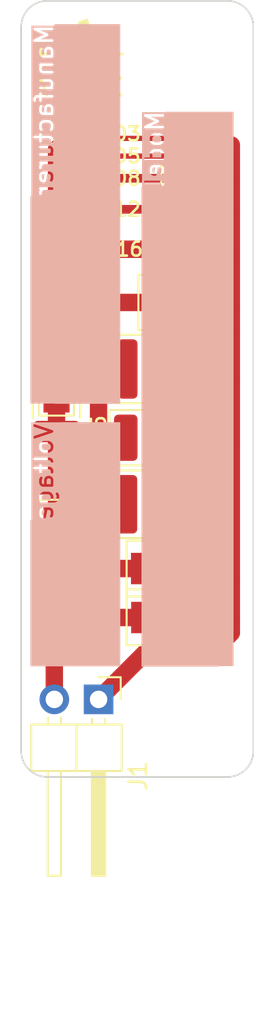
<source format=kicad_pcb>
(kicad_pcb (version 20221018) (generator pcbnew)
  (title_block (title "LED Test Moudule") (date "2024-03-02") (rev "1.0") (comment 1 "See  https://lenaschimmel.de/besteLampe! for the source and more information") (comment 2 "This source describes Open Hardware and is licensed under the CERN-OHL-S v2.") (comment 3 "Copyright 2024 Lena Schimmel <mail@lenaschimmel.de>"))
  (layers (0 "F.Cu" signal) (31 "B.Cu" signal) (34 "B.Paste" user) (35 "F.Paste" user) (36 "B.SilkS" user "B.Silkscreen") (37 "F.SilkS" user "F.Silkscreen") (38 "B.Mask" user) (39 "F.Mask" user) (44 "Edge.Cuts" user))
  (net 0 "")
  (footprint "MountingHole:MountingHole_3.2mm_M3" (layer "F.Cu") (at 112.395 82.55)
    (fp_text reference "REF**" hide)
    (fp_text value "MountingHole_3.2mm_M3" hide)
    (pad "" np_thru_hole circle (at 0 0) (size 3.2 3.2) (drill 3.2) (layers "F&B.Cu" "*.Mask"))
  )
  (footprint "Resistor_SMD:R_2010_5025Metric" (layer "F.Cu") (at 104.902 93.472 90)
    (fp_text reference "R1" hide)
    (fp_text value "R_2010_5025Metric" hide)
    (fp_line (start -1.527064 -1.36) (end 1.527064 -1.36) (stroke (width 0.12)) (layer "F.SilkS"))
    (fp_line (start -1.527064 1.36) (end 1.527064 1.36) (stroke (width 0.12)) (layer "F.SilkS"))
    (pad "1" smd roundrect (at -2.3125 0 90) (size 1.225 2.65) (layers "F.Cu" "F.Paste" "F.Mask") (roundrect_rratio 0.2040816327))
    (pad "2" smd roundrect (at 2.3125 0 90) (size 1.225 2.65) (layers "F.Cu" "F.Paste" "F.Mask") (roundrect_rratio 0.2040816327))
  )
  (footprint "LED_SMD:LED_2010_5025Metric" (layer "F.Cu") (at 111.125 103.759)
    (fp_text reference "D4" hide)
    (fp_text value "LED_2010_5025Metric" hide)
    (fp_text user "5025" (at -3.81 0.254 90 unlocked) (layer "F.SilkS") (effects (font (size 0.8 0.8))))
    (fp_line (start -3.185 -1.585) (end -3.185 1.585) (stroke (width 0.12)) (layer "F.SilkS"))
    (fp_line (start -3.185 1.585) (end 2.5 1.585) (stroke (width 0.12)) (layer "F.SilkS"))
    (fp_line (start 2.5 -1.585) (end -3.185 -1.585) (stroke (width 0.12)) (layer "F.SilkS"))
    (pad "1" smd roundrect (at -2.25 0) (size 1.35 2.65) (layers "F.Cu" "F.Paste" "F.Mask") (roundrect_rratio 0.1851851852))
    (pad "2" smd roundrect (at 2.25 0) (size 1.35 2.65) (layers "F.Cu" "F.Paste" "F.Mask") (roundrect_rratio 0.1851851852))
  )
  (footprint "LED_SMD:LED_2835_CREE_JSE28L3E5_1" (layer "F.Cu") (at 111.125 111.252)
    (fp_text reference "D2" hide)
    (fp_text value "LED_2835_CREE_JSE28L3E5_1" hide)
    (fp_line (start -2.2 -1.6) (end -2.2 1.6) (stroke (width 0.12)) (layer "F.SilkS"))
    (fp_line (start 1.4 -1.6) (end -2.2 -1.6) (stroke (width 0.12)) (layer "F.SilkS"))
    (fp_line (start 1.4 1.6) (end -2.2 1.6) (stroke (width 0.12)) (layer "F.SilkS"))
    (pad "1" smd rect (at -0.85 0) (size 2.2 1.8) (layers "F.Cu" "F.Paste" "F.Mask"))
    (pad "2" smd rect (at 1.39 0.01) (size 1.1 1.8) (layers "F.Cu" "F.Paste" "F.Mask"))
  )
  (footprint "LED_SMD:LED_0805_2012Metric" (layer "F.Cu") (at 112.395 90.678)
    (fp_text reference "D8" hide)
    (fp_text value "LED_0805_2012Metric" hide)
    (fp_text user "2012" (at -4.191 0 unlocked) (layer "F.SilkS") (effects (font (size 0.8 0.8))))
    (fp_line (start -1.685 -0.96) (end -1.685 0.96) (stroke (width 0.12)) (layer "F.SilkS"))
    (fp_line (start -1.685 0.96) (end 1 0.96) (stroke (width 0.12)) (layer "F.SilkS"))
    (fp_line (start 1 -0.96) (end -1.685 -0.96) (stroke (width 0.12)) (layer "F.SilkS"))
    (pad "1" smd roundrect (at -0.9375 0) (size 0.975 1.4) (layers "F.Cu" "F.Paste" "F.Mask"))
    (pad "2" smd roundrect (at 0.9375 0) (size 0.975 1.4) (layers "F.Cu" "F.Paste" "F.Mask"))
  )
  (footprint "Resistor_SMD:R_2010_5025Metric" (layer "F.Cu") (at 104.902 101.092 90)
    (fp_text reference "R2" hide)
    (fp_text value "R_2010_5025Metric" hide)
    (fp_line (start -1.527064 -1.36) (end 1.527064 -1.36) (stroke (width 0.12)) (layer "F.SilkS"))
    (fp_line (start -1.527064 1.36) (end 1.527064 1.36) (stroke (width 0.12)) (layer "F.SilkS"))
    (pad "1" smd roundrect (at -2.3125 0 90) (size 1.225 2.65) (layers "F.Cu" "F.Paste" "F.Mask") (roundrect_rratio 0.2040816327))
    (pad "2" smd roundrect (at 2.3125 0 90) (size 1.225 2.65) (layers "F.Cu" "F.Paste" "F.Mask") (roundrect_rratio 0.2040816327))
  )
  (footprint "LED_SMD:LED_1812_4532Metric" (layer "F.Cu") (at 111.125 99.822)
    (fp_text reference "D5" hide)
    (fp_text value "LED_1812_4532Metric" hide)
    (fp_text user "4532" (at -3.81 -0.127 90 unlocked) (layer "F.SilkS") (effects (font (size 0.8 0.8))))
    (fp_line (start -2.96 -1.96) (end -2.96 1.96) (stroke (width 0.12)) (layer "F.SilkS"))
    (fp_line (start -2.96 1.96) (end 2.25 1.96) (stroke (width 0.12)) (layer "F.SilkS"))
    (fp_line (start 2.25 -1.96) (end -2.96 -1.96) (stroke (width 0.12)) (layer "F.SilkS"))
    (pad "1" smd roundrect (at -2.1375 0) (size 1.125 3.4) (layers "F.Cu" "F.Paste" "F.Mask") (roundrect_rratio 0.2222222222))
    (pad "2" smd roundrect (at 2.1375 0) (size 1.125 3.4) (layers "F.Cu" "F.Paste" "F.Mask") (roundrect_rratio 0.2222222222))
  )
  (footprint "LED_SMD:LED_0603_1608Metric" (layer "F.Cu") (at 112.395 88.9)
    (fp_text reference "D9" hide)
    (fp_text value "LED_0603_1608Metric" hide)
    (fp_text user "1608" (at -4.191 0 unlocked) (layer "F.SilkS") (effects (font (size 0.8 0.8))))
    (fp_line (start -1.485 -0.735) (end -1.485 0.735) (stroke (width 0.12)) (layer "F.SilkS"))
    (fp_line (start -1.485 0.735) (end 0.8 0.735) (stroke (width 0.12)) (layer "F.SilkS"))
    (fp_line (start 0.8 -0.735) (end -1.485 -0.735) (stroke (width 0.12)) (layer "F.SilkS"))
    (pad "1" smd roundrect (at -0.7875 0) (size 0.875 0.95) (layers "F.Cu" "F.Paste" "F.Mask"))
    (pad "2" smd roundrect (at 0.7875 0) (size 0.875 0.95) (layers "F.Cu" "F.Paste" "F.Mask"))
  )
  (footprint "MountingHole:MountingHole_3.2mm_M3" (layer "F.Cu") (at 112.395 119.38)
    (fp_text reference "REF**" hide)
    (fp_text value "MountingHole_3.2mm_M3" hide)
    (pad "" np_thru_hole circle (at 0 0) (size 3.2 3.2) (drill 3.2) (layers "*.Cu" "*.Mask"))
  )
  (footprint "LED_SMD:LED_1210_3225Metric" (layer "F.Cu") (at 111.887 96.012)
    (fp_text reference "D6" hide)
    (fp_text value "LED_1210_3225Metric" hide)
    (fp_text user "3225" (at -4.572 -0.127 90 unlocked) (layer "F.SilkS") (effects (font (size 0.8 0.8))))
    (fp_line (start -2.285 -1.585) (end -2.285 1.585) (stroke (width 0.12)) (layer "F.SilkS"))
    (fp_line (start -2.285 1.585) (end 1.6 1.585) (stroke (width 0.12)) (layer "F.SilkS"))
    (fp_line (start 1.6 -1.585) (end -2.285 -1.585) (stroke (width 0.12)) (layer "F.SilkS"))
    (pad "1" smd roundrect (at -1.4 0) (size 1.25 2.65) (layers "F.Cu" "F.Paste" "F.Mask") (roundrect_rratio 0.2))
    (pad "2" smd roundrect (at 1.4 0) (size 1.25 2.65) (layers "F.Cu" "F.Paste" "F.Mask") (roundrect_rratio 0.2))
  )
  (footprint "Connector_PinHeader_2.54mm:PinHeader_1x02_P2.54mm_Horizontal" (layer "F.Cu") (at 107.315 118.745 -90)
    (fp_text reference "J1" (at 4.385 -2.27 90) (layer "F.SilkS"))
    (fp_text value "PinHeader_1x02_P2.54mm_Horizontal")
    (fp_line (start -1.27 -1.27) (end 0 -1.27) (stroke (width 0.12)) (layer "F.SilkS"))
    (fp_line (start -1.27 0) (end -1.27 -1.27) (stroke (width 0.12)) (layer "F.SilkS"))
    (fp_line (start 1.042929 2.16) (end 1.44 2.16) (stroke (width 0.12)) (layer "F.SilkS"))
    (fp_line (start 1.042929 2.92) (end 1.44 2.92) (stroke (width 0.12)) (layer "F.SilkS"))
    (fp_line (start 1.11 -0.38) (end 1.44 -0.38) (stroke (width 0.12)) (layer "F.SilkS"))
    (fp_line (start 1.11 0.38) (end 1.44 0.38) (stroke (width 0.12)) (layer "F.SilkS"))
    (fp_line (start 1.44 -1.33) (end 1.44 3.87) (stroke (width 0.12)) (layer "F.SilkS"))
    (fp_line (start 1.44 1.27) (end 4.1 1.27) (stroke (width 0.12)) (layer "F.SilkS"))
    (fp_line (start 1.44 3.87) (end 4.1 3.87) (stroke (width 0.12)) (layer "F.SilkS"))
    (fp_line (start 4.1 -1.33) (end 1.44 -1.33) (stroke (width 0.12)) (layer "F.SilkS"))
    (fp_line (start 4.1 -0.38) (end 10.1 -0.38) (stroke (width 0.12)) (layer "F.SilkS"))
    (fp_line (start 4.1 -0.32) (end 10.1 -0.32) (stroke (width 0.12)) (layer "F.SilkS"))
    (fp_line (start 4.1 -0.2) (end 10.1 -0.2) (stroke (width 0.12)) (layer "F.SilkS"))
    (fp_line (start 4.1 -0.08) (end 10.1 -0.08) (stroke (width 0.12)) (layer "F.SilkS"))
    (fp_line (start 4.1 0.04) (end 10.1 0.04) (stroke (width 0.12)) (layer "F.SilkS"))
    (fp_line (start 4.1 0.16) (end 10.1 0.16) (stroke (width 0.12)) (layer "F.SilkS"))
    (fp_line (start 4.1 0.28) (end 10.1 0.28) (stroke (width 0.12)) (layer "F.SilkS"))
    (fp_line (start 4.1 2.16) (end 10.1 2.16) (stroke (width 0.12)) (layer "F.SilkS"))
    (fp_line (start 4.1 3.87) (end 4.1 -1.33) (stroke (width 0.12)) (layer "F.SilkS"))
    (fp_line (start 10.1 -0.38) (end 10.1 0.38) (stroke (width 0.12)) (layer "F.SilkS"))
    (fp_line (start 10.1 0.38) (end 4.1 0.38) (stroke (width 0.12)) (layer "F.SilkS"))
    (fp_line (start 10.1 2.16) (end 10.1 2.92) (stroke (width 0.12)) (layer "F.SilkS"))
    (fp_line (start 10.1 2.92) (end 4.1 2.92) (stroke (width 0.12)) (layer "F.SilkS"))
    (pad "1" thru_hole rect (at 0 0 270) (size 1.7 1.7) (drill 1) (layers "*.Cu" "*.Mask"))
    (pad "2" thru_hole oval (at 0 2.54 270) (size 1.7 1.7) (drill 1) (layers "*.Cu" "*.Mask"))
  )
  (footprint "LOGO" (layer "F.Cu") (at 106.2736 81.9912)
    (fp_text reference "G***" hide)
    (fp_text value "LOGO" hide)
    (fp_poly (pts (xy 1.217071 -1.891046) (xy 1.221938 -1.882424) (xy 1.228642 -1.867146) (xy 1.237458 -1.84447) (xy 1.248662 -1.813655) (xy 1.26253 -1.773958) (xy 1.279336 -1.724638) (xy 1.299357 -1.664951) (xy 1.304749 -1.648767) (xy 1.324311 -1.589953) (xy 1.340433 -1.54127) (xy 1.353413 -1.501619) (xy 1.363551 -1.469899) (xy 1.371145 -1.445013) (xy 1.376493 -1.42586) (xy 1.379894 -1.411342) (xy 1.381647 -1.400359) (xy 1.38205 -1.391813) (xy 1.381401 -1.384602) (xy 1.38 -1.37763) (xy 1.379251 -1.374473) (xy 1.365507 -1.339787) (xy 1.343697 -1.312037) (xy 1.315715 -1.292162) (xy 1.283461 -1.2811) (xy 1.248828 -1.27979) (xy 1.213715 -1.28917) (xy 1.210127 -1.29079) (xy 1.18504 -1.305843) (xy 1.166035 -1.32566) (xy 1.151041 -1.35287) (xy 1.141987 -1.377214) (xy 1.134843 -1.397829) (xy 1.12848 -1.414016) (xy 1.124221 -1.422422) (xy 1.124085 -1.42258) (xy 1.12079 -1.418198) (xy 1.112619 -1.403963) (xy 1.099958 -1.380624) (xy 1.083192 -1.348931) (xy 1.06271 -1.309631) (xy 1.038897 -1.263474) (xy 1.01214 -1.211209) (xy 0.982826 -1.153584) (xy 0.95134 -1.091347) (xy 0.91807 -1.025249) (xy 0.888329 -0.965893) (xy 0.84724 -0.88372) (xy 0.811072 -0.811465) (xy 0.779442 -0.748466) (xy 0.751962 -0.694061) (xy 0.728247 -0.647589) (xy 0.707912 -0.608389) (xy 0.690572 -0.575799) (xy 0.675839 -0.549156) (xy 0.66333 -0.527801) (xy 0.652658 -0.511071) (xy 0.643438 -0.498305) (xy 0.635283 -0.488841) (xy 0.62781 -0.482017) (xy 0.620631 -0.477173) (xy 0.613361 -0.473646) (xy 0.605615 -0.470775) (xy 0.598313 -0.468338) (xy 0.56938 -0.462286) (xy 0.541195 -0.464896) (xy 0.510807 -0.476007) (xy 0.480736 -0.494691) (xy 0.460586 -0.518733) (xy 0.449577 -0.54941) (xy 0.446824 -0.580887) (xy 0.446808 -0.621189) (xy 0.674466 -1.076666) (xy 0.708642 -1.145149) (xy 0.741191 -1.210582) (xy 0.771736 -1.272194) (xy 0.7999 -1.329215) (xy 0.825306 -1.380876) (xy 0.847577 -1.426405) (xy 0.866337 -1.465034) (xy 0.881208 -1.495991) (xy 0.891814 -1.518508) (xy 0.897777 -1.531813) (xy 0.898966 -1.535299) (xy 0.892188 -1.53508) (xy 0.877889 -1.531261) (xy 0.863643 -1.526315) (xy 0.832525 -1.517717) (xy 0.799804 -1.513916) (xy 0.769355 -1.515027) (xy 0.745051 -1.521168) (xy 0.741933 -1.522655) (xy 0.71601 -1.542057) (xy 0.694695 -1.569122) (xy 0.68021 -1.60021) (xy 0.67478 -1.631679) (xy 0.674781 -1.632607) (xy 0.677452 -1.652218) (xy 0.683895 -1.673558) (xy 0.685688 -1.6778) (xy 0.691466 -1.689776) (xy 0.697771 -1.700231) (xy 0.705638 -1.709667) (xy 0.716105 -1.718588) (xy 0.730209 -1.727494) (xy 0.748988 -1.736887) (xy 0.773478 -1.747271) (xy 0.804717 -1.759146) (xy 0.843742 -1.773016) (xy 0.89159 -1.789382) (xy 0.949299 -1.808746) (xy 0.971457 -1.816138) (xy 1.02178 -1.832838) (xy 1.068817 -1.848306) (xy 1.11134 -1.862148) (xy 1.148117 -1.873969) (xy 1.177921 -1.883377) (xy 1.199522 -1.889977) (xy 1.211689 -1.893376) (xy 1.213765 -1.893756)) (fill solid) (layer "F.SilkS"))
    (fp_poly (pts (xy 0.40366 -2.237651) (xy 0.409609 -2.225678) (xy 0.417933 -2.205417) (xy 0.428838 -2.176313) (xy 0.442529 -2.137809) (xy 0.459212 -2.08935) (xy 0.479092 -2.030379) (xy 0.488762 -2.00139) (xy 0.505666 -1.950269) (xy 0.52134 -1.902274) (xy 0.535395 -1.858645) (xy 0.547438 -1.820619) (xy 0.557081 -1.789436) (xy 0.563934 -1.766335) (xy 0.567604 -1.752554) (xy 0.568127 -1.74945) (xy 0.562637 -1.717674) (xy 0.547639 -1.687076) (xy 0.525341 -1.660515) (xy 0.49795 -1.640851) (xy 0.478274 -1.633073) (xy 0.440589 -1.62834) (xy 0.406013 -1.634763) (xy 0.375561 -1.651848) (xy 0.350248 -1.679104) (xy 0.337219 -1.701645) (xy 0.328314 -1.721454) (xy 0.321972 -1.737765) (xy 0.319571 -1.747) (xy 0.316268 -1.758359) (xy 0.311786 -1.766027) (xy 0.309947 -1.767016) (xy 0.30716 -1.765527) (xy 0.303096 -1.760934) (xy 0.297422 -1.752612) (xy 0.289806 -1.739934) (xy 0.279918 -1.722274) (xy 0.267427 -1.699006) (xy 0.252001 -1.669504) (xy 0.233308 -1.633141) (xy 0.211017 -1.589291) (xy 0.184798 -1.537329) (xy 0.154318 -1.476628) (xy 0.119247 -1.406562) (xy 0.079874 -1.327748) (xy 0.04568 -1.259329) (xy 0.012811 -1.193698) (xy -0.018325 -1.131665) (xy -0.047319 -1.074037) (xy -0.073761 -1.021625) (xy -0.097241 -0.975237) (xy -0.117351 -0.935681) (xy -0.133682 -0.903768) (xy -0.145824 -0.880307) (xy -0.153368 -0.866105) (xy -0.155614 -0.862219) (xy -0.178137 -0.839104) (xy -0.207685 -0.822772) (xy -0.240935 -0.814261) (xy -0.274561 -0.814611) (xy -0.29294 -0.819288) (xy -0.317759 -0.833043) (xy -0.340746 -0.85406) (xy -0.358939 -0.878915) (xy -0.369373 -0.904183) (xy -0.370208 -0.908577) (xy -0.371896 -0.929899) (xy -0.371167 -0.950061) (xy -0.370546 -0.954255) (xy -0.367396 -0.962373) (xy -0.35932 -0.980259) (xy -0.346712 -1.007106) (xy -0.329964 -1.042108) (xy -0.309469 -1.084457) (xy -0.28562 -1.133349) (xy -0.258811 -1.187976) (xy -0.229434 -1.247533) (xy -0.197883 -1.311212) (xy -0.164549 -1.378207) (xy -0.139245 -1.428887) (xy -0.105051 -1.497333) (xy -0.072455 -1.562701) (xy -0.041837 -1.624222) (xy -0.013575 -1.68113) (xy 0.011952 -1.732657) (xy 0.034363 -1.778035) (xy 0.053281 -1.816496) (xy 0.068325 -1.847275) (xy 0.079116 -1.869601) (xy 0.085276 -1.88271) (xy 0.086623 -1.88604) (xy 0.080566 -1.885202) (xy 0.065933 -1.881417) (xy 0.045402 -1.875403) (xy 0.035717 -1.872401) (xy -0.006531 -1.862708) (xy -0.042596 -1.862578) (xy -0.073607 -1.872264) (xy -0.100691 -1.892022) (xy -0.113316 -1.906008) (xy -0.132251 -1.938102) (xy -0.139996 -1.972117) (xy -0.136649 -2.006414) (xy -0.122306 -2.039356) (xy -0.103999 -2.062593) (xy -0.097756 -2.068789) (xy -0.091223 -2.074348) (xy -0.08329 -2.07971) (xy -0.072847 -2.085316) (xy -0.058785 -2.091608) (xy -0.039994 -2.099027) (xy -0.015365 -2.108012) (xy 0.016211 -2.119006) (xy 0.055845 -2.13245) (xy 0.104645 -2.148784) (xy 0.155235 -2.165626) (xy 0.205801 -2.182325) (xy 0.253087 -2.197714) (xy 0.29587 -2.21141) (xy 0.332929 -2.223034) (xy 0.363041 -2.232203) (xy 0.384982 -2.238537) (xy 0.397531 -2.241655) (xy 0.39988 -2.241893)) (fill solid) (layer "F.SilkS"))
    (fp_poly (pts (xy -1.291601 -1.016481) (xy -1.285626 -1.013216) (xy -1.269961 -1.004129) (xy -1.245062 -0.989493) (xy -1.211385 -0.969581) (xy -1.169388 -0.944665) (xy -1.119525 -0.915017) (xy -1.062254 -0.88091) (xy -0.998031 -0.842616) (xy -0.927311 -0.800407) (xy -0.850553 -0.754557) (xy -0.768211 -0.705337) (xy -0.680743 -0.653019) (xy -0.588604 -0.597878) (xy -0.492251 -0.540184) (xy -0.392141 -0.48021) (xy -0.288729 -0.418229) (xy -0.182472 -0.354512) (xy -0.130196 -0.323154) (xy 1.020853 0.367379) (xy 1.023812 -0.240926) (xy 1.024301 -0.339463) (xy 1.024764 -0.426856) (xy 1.025214 -0.503796) (xy 1.025668 -0.570974) (xy 1.026139 -0.629082) (xy 1.026642 -0.678811) (xy 1.027193 -0.720851) (xy 1.027805 -0.755896) (xy 1.028493 -0.784635) (xy 1.029273 -0.807761) (xy 1.030159 -0.825965) (xy 1.031166 -0.839937) (xy 1.032308 -0.85037) (xy 1.0336 -0.857955) (xy 1.035058 -0.863383) (xy 1.036695 -0.867346) (xy 1.037191 -0.868293) (xy 1.05935 -0.898186) (xy 1.087179 -0.91943) (xy 1.11864 -0.931703) (xy 1.151695 -0.934683) (xy 1.184308 -0.92805) (xy 1.214442 -0.91148) (xy 1.228752 -0.898517) (xy 1.234113 -0.893067) (xy 1.238892 -0.888311) (xy 1.243127 -0.883579) (xy 1.246852 -0.878197) (xy 1.250105 -0.871494) (xy 1.25292 -0.862796) (xy 1.255335 -0.851431) (xy 1.257384 -0.836728) (xy 1.259105 -0.818014) (xy 1.260533 -0.794617) (xy 1.261704 -0.765864) (xy 1.262654 -0.731083) (xy 1.263419 -0.689601) (xy 1.264036 -0.640747) (xy 1.264541 -0.583848) (xy 1.264968 -0.518231) (xy 1.265355 -0.443225) (xy 1.265738 -0.358157) (xy 1.266152 -0.262355) (xy 1.266449 -0.195293) (xy 1.269408 0.458644) (xy 1.634844 0.460169) (xy 2.00028 0.461694) (xy 2.00028 0.582967) (xy 2.00028 0.704241) (xy 1.633364 0.704241) (xy 1.266449 0.704241) (xy 1.266319 1.35374) (xy 1.266291 1.455598) (xy 1.266243 1.546295) (xy 1.266164 1.626505) (xy 1.266043 1.696905) (xy 1.265869 1.758168) (xy 1.265632 1.81097) (xy 1.265319 1.855986) (xy 1.264921 1.89389) (xy 1.264426 1.925357) (xy 1.263824 1.951063) (xy 1.263103 1.971682) (xy 1.262252 1.98789) (xy 1.261262 2.00036) (xy 1.26012 2.009769) (xy 1.258815 2.016791) (xy 1.257338 2.0221) (xy 1.255676 2.026373) (xy 1.255412 2.026962) (xy 1.235893 2.056949) (xy 1.209024 2.07987) (xy 1.177276 2.094351) (xy 1.143122 2.099019) (xy 1.12819 2.097647) (xy 1.102253 2.091537) (xy 1.082013 2.081441) (xy 1.06323 2.066134) (xy 1.057437 2.061029) (xy 1.052293 2.056597) (xy 1.047755 2.052148) (xy 1.043782 2.046988) (xy 1.040333 2.040424) (xy 1.037366 2.031765) (xy 1.034839 2.020317) (xy 1.032713 2.005388) (xy 1.030944 1.986286) (xy 1.029492 1.962317) (xy 1.028316 1.932789) (xy 1.027373 1.89701) (xy 1.026622 1.854287) (xy 1.026023 1.803927) (xy 1.025534 1.745238) (xy 1.025112 1.677527) (xy 1.024718 1.600102) (xy 1.024309 1.51227) (xy 1.023844 1.413339) (xy 1.023812 1.406743) (xy 1.020853 0.79841) (xy 0.855149 0.89751) (xy 0.833002 0.910763) (xy 0.801305 0.929744) (xy 0.760661 0.954091) (xy 0.711669 0.983444) (xy 0.654932 1.017443) (xy 0.59105 1.055728) (xy 0.520625 1.097937) (xy 0.444258 1.143711) (xy 0.362551 1.19269) (xy 0.276104 1.244512) (xy 0.185518 1.298818) (xy 0.091396 1.355247) (xy -0.005663 1.413439) (xy -0.105056 1.473033) (xy -0.206182 1.53367) (xy -0.300412 1.590173) (xy -0.399936 1.649835) (xy -0.496772 1.70785) (xy -0.59043 1.763927) (xy -0.680419 1.817773) (xy -0.76625 1.869097) (xy -0.847432 1.917606) (xy -0.923475 1.963008) (xy -0.993889 2.00501) (xy -1.058184 2.043321) (xy -1.11587 2.077648) (xy -1.166457 2.1077) (xy -1.209454 2.133183) (xy -1.244371 2.153806) (xy -1.270718 2.169277) (xy -1.288006 2.179303) (xy -1.295743 2.183593) (xy -1.296114 2.183737) (xy -1.297229 2.177848) (xy -1.298236 2.16029) (xy -1.299132 2.131232) (xy -1.299915 2.090842) (xy -1.300584 2.039288) (xy -1.301137 1.976736) (xy -1.301572 1.903356) (xy -1.301886 1.819313) (xy -1.302079 1.724777) (xy -1.302142 1.64668) (xy -1.302186 1.562297) (xy -1.302257 1.477248) (xy -1.302352 1.392837) (xy -1.302471 1.310365) (xy -1.302608 1.231135) (xy -1.302763 1.156449) (xy -1.302933 1.087611) (xy -1.303114 1.025923) (xy -1.303305 0.972687) (xy -1.303502 0.929206) (xy -1.303622 0.908411) (xy -1.304603 0.755826) (xy -1.065185 0.755826) (xy -1.065163 0.8564) (xy -1.065112 0.955114) (xy -1.065033 1.051283) (xy -1.064925 1.144222) (xy -1.064788 1.233246) (xy -1.064621 1.317671) (xy -1.064424 1.396812) (xy -1.064198 1.469984) (xy -1.063941 1.536502) (xy -1.063653 1.595682) (xy -1.063335 1.646838) (xy -1.062985 1.689286) (xy -1.062605 1.722341) (xy -1.062192 1.745318) (xy -1.061748 1.757532) (xy -1.0615 1.759407) (xy -1.061379 1.760167) (xy -1.061823 1.761198) (xy -1.062417 1.762254) (xy -1.062744 1.763086) (xy -1.062389 1.76345) (xy -1.060937 1.763098) (xy -1.05797 1.761783) (xy -1.053074 1.759259) (xy -1.045833 1.755279) (xy -1.03583 1.749597) (xy -1.022651 1.741966) (xy -1.005878 1.732139) (xy -0.985097 1.719869) (xy -0.959891 1.70491) (xy -0.929845 1.687016) (xy -0.894543 1.665939) (xy -0.853568 1.641433) (xy -0.806506 1.613252) (xy -0.75294 1.581148) (xy -0.692454 1.544875) (xy -0.624633 1.504186) (xy -0.549061 1.458835) (xy -0.465321 1.408574) (xy -0.372999 1.353159) (xy -0.271678 1.29234) (xy -0.160943 1.225873) (xy -0.068761 1.170546) (xy 0.029688 1.111431) (xy 0.125395 1.053909) (xy 0.217869 0.998278) (xy 0.306616 0.944835) (xy 0.391144 0.89388) (xy 0.470962 0.845709) (xy 0.545576 0.800622) (xy 0.614496 0.758916) (xy 0.677227 0.72089) (xy 0.733279 0.686842) (xy 0.782159 0.657069) (xy 0.823375 0.63187) (xy 0.856434 0.611544) (xy 0.880844 0.596387) (xy 0.896113 0.586699) (xy 0.901749 0.582778) (xy 0.90177 0.582734) (xy 0.896849 0.579272) (xy 0.882369 0.57009) (xy 0.858926 0.555547) (xy 0.827115 0.536001) (xy 0.787534 0.51181) (xy 0.740778 0.483335) (xy 0.687443 0.450932) (xy 0.628127 0.414962) (xy 0.563425 0.375781) (xy 0.493933 0.33375) (xy 0.420247 0.289227) (xy 0.342965 0.242571) (xy 0.262681 0.194139) (xy 0.179993 0.144292) (xy 0.095496 0.093387) (xy 0.009786 0.041783) (xy -0.076539 -0.010161) (xy -0.162884 -0.062087) (xy -0.248653 -0.113636) (xy -0.333249 -0.164448) (xy -0.416076 -0.214167) (xy -0.496539 -0.262432) (xy -0.57404 -0.308885) (xy -0.647983 -0.353168) (xy -0.717773 -0.394921) (xy -0.782813 -0.433787) (xy -0.842506 -0.469407) (xy -0.896257 -0.501421) (xy -0.94347 -0.529472) (xy -0.983547 -0.5532) (xy -1.015894 -0.572247) (xy -1.039913 -0.586254) (xy -1.055009 -0.594863) (xy -1.060567 -0.597716) (xy -1.061033 -0.591913) (xy -1.061476 -0.574958) (xy -1.061895 -0.547536) (xy -1.062291 -0.510333) (xy -1.062663 -0.464034) (xy -1.06301 -0.409322) (xy -1.063332 -0.346884) (xy -1.06363 -0.277403) (xy -1.063903 -0.201564) (xy -1.06415 -0.120053) (xy -1.064371 -0.033554) (xy -1.064567 0.057248) (xy -1.064736 0.151669) (xy -1.064878 0.249023) (xy -1.064994 0.348625) (xy -1.065083 0.449792) (xy -1.065145 0.551837) (xy -1.065179 0.654077) (xy -1.065185 0.755826) (xy -1.304603 0.755826) (xy -1.304916 0.7072) (xy -1.652598 0.705673) (xy -2.000279 0.704146) (xy -2.000279 0.582922) (xy -2.000279 0.461698) (xy -1.652598 0.460171) (xy -1.304916 0.458644) (xy -1.303568 -0.139072) (xy -1.303374 -0.225753) (xy -1.303186 -0.311553) (xy -1.303006 -0.395415) (xy -1.302836 -0.476283) (xy -1.302677 -0.553099) (xy -1.302533 -0.624807) (xy -1.302405 -0.690351) (xy -1.302295 -0.748672) (xy -1.302206 -0.798715) (xy -1.302139 -0.839423) (xy -1.302097 -0.869738) (xy -1.302088 -0.878032) (xy -1.301996 -0.922511) (xy -1.301743 -0.95651) (xy -1.301227 -0.981385) (xy -1.300346 -0.998492) (xy -1.298997 -1.009184) (xy -1.297076 -1.01482) (xy -1.294482 -1.016754)) (fill solid) (layer "F.SilkS"))
  )
  (footprint "Jumper:SolderJumper-2_P1.3mm_Open_TrianglePad1.0x1.5mm" (layer "F.Cu") (at 104.902 108.712 90)
    (fp_text reference "JP3" hide)
    (fp_text value "SolderJumper-2_P1.3mm_Open_TrianglePad1.0x1.5mm" hide)
    (fp_line (start -1.4 -1) (end 1.4 -1) (stroke (width 0.12)) (layer "F.SilkS"))
    (fp_line (start -1.4 1) (end -1.4 -1) (stroke (width 0.12)) (layer "F.SilkS"))
    (fp_line (start 1.4 -1) (end 1.4 1) (stroke (width 0.12)) (layer "F.SilkS"))
    (fp_line (start 1.4 1) (end -1.4 1) (stroke (width 0.12)) (layer "F.SilkS"))
    (pad "1" smd custom (at -0.725 0 90) (size 0.3 0.3) (layers "F.Cu" "F.Mask") (options (clearance outline) (anchor rect)) (primitives (gr_poly (pts (xy 1 0) (xy 0.5 0.75) (xy -0.5 0.75) (xy -0.5 -0.75) (xy 0.5 -0.75)) (width 0) (fill yes))))
    (pad "2" smd custom (at 0.725 0 90) (size 0.3 0.3) (layers "F.Cu" "F.Mask") (options (clearance outline) (anchor rect)) (primitives (gr_poly (pts (xy 0.5 0.75) (xy -0.65 0.75) (xy -0.15 0) (xy -0.65 -0.75) (xy 0.5 -0.75)) (width 0) (fill yes))))
  )
  (footprint "LED_SMD:LED_0402_1005Metric" (layer "F.Cu") (at 112.395 87.63)
    (fp_text reference "D10" hide)
    (fp_text value "LED_0402_1005Metric" hide)
    (fp_text user "1005" (at -4.191 0 unlocked) (layer "F.SilkS") (effects (font (size 0.8 0.8))))
    (fp_circle (center -1.09 0) (end -1.04 0) (stroke (width 0.1)) (fill none) (layer "F.SilkS"))
    (pad "1" smd roundrect (at -0.485 0) (size 0.59 0.64) (layers "F.Cu" "F.Paste" "F.Mask"))
    (pad "2" smd roundrect (at 0.485 0) (size 0.59 0.64) (layers "F.Cu" "F.Paste" "F.Mask"))
  )
  (footprint "LED_SMD:LED_1206_3216Metric" (layer "F.Cu") (at 112.395 92.964)
    (fp_text reference "D7" hide)
    (fp_text value "LED_1206_3216Metric" hide)
    (fp_text user "3216" (at -4.064 0 unlocked) (layer "F.SilkS") (effects (font (size 0.8 0.8))))
    (fp_line (start -2.285 -1.135) (end -2.285 1.135) (stroke (width 0.12)) (layer "F.SilkS"))
    (fp_line (start -2.285 1.135) (end 1.6 1.135) (stroke (width 0.12)) (layer "F.SilkS"))
    (fp_line (start 1.6 -1.135) (end -2.285 -1.135) (stroke (width 0.12)) (layer "F.SilkS"))
    (pad "1" smd roundrect (at -1.4 0) (size 1.25 1.75) (layers "F.Cu" "F.Paste" "F.Mask") (roundrect_rratio 0.2))
    (pad "2" smd roundrect (at 1.4 0) (size 1.25 1.75) (layers "F.Cu" "F.Paste" "F.Mask") (roundrect_rratio 0.2))
  )
  (footprint "Jumper:SolderJumper-2_P1.3mm_Open_TrianglePad1.0x1.5mm" (layer "F.Cu") (at 104.902 101.092 90)
    (fp_text reference "JP2" hide)
    (fp_text value "SolderJumper-2_P1.3mm_Open_TrianglePad1.0x1.5mm" hide)
    (fp_line (start -1.4 -1) (end 1.4 -1) (stroke (width 0.12)) (layer "F.SilkS"))
    (fp_line (start -1.4 1) (end -1.4 -1) (stroke (width 0.12)) (layer "F.SilkS"))
    (fp_line (start 1.4 -1) (end 1.4 1) (stroke (width 0.12)) (layer "F.SilkS"))
    (fp_line (start 1.4 1) (end -1.4 1) (stroke (width 0.12)) (layer "F.SilkS"))
    (pad "1" smd custom (at -0.725 0 90) (size 0.3 0.3) (layers "F.Cu" "F.Mask") (options (clearance outline) (anchor rect)) (primitives (gr_poly (pts (xy 1 0) (xy 0.5 0.75) (xy -0.5 0.75) (xy -0.5 -0.75) (xy 0.5 -0.75)) (width 0) (fill yes))))
    (pad "2" smd custom (at 0.725 0 90) (size 0.3 0.3) (layers "F.Cu" "F.Mask") (options (clearance outline) (anchor rect)) (primitives (gr_poly (pts (xy 0.5 0.75) (xy -0.65 0.75) (xy -0.15 0) (xy -0.65 -0.75) (xy 0.5 -0.75)) (width 0) (fill yes))))
  )
  (footprint "Jumper:SolderJumper-2_P1.3mm_Open_TrianglePad1.0x1.5mm" (layer "F.Cu") (at 104.902 93.472 90)
    (fp_text reference "JP1" hide)
    (fp_text value "SolderJumper-2_P1.3mm_Open_TrianglePad1.0x1.5mm" hide)
    (fp_line (start -1.4 -1) (end 1.4 -1) (stroke (width 0.12)) (layer "F.SilkS"))
    (fp_line (start -1.4 1) (end -1.4 -1) (stroke (width 0.12)) (layer "F.SilkS"))
    (fp_line (start 1.4 -1) (end 1.4 1) (stroke (width 0.12)) (layer "F.SilkS"))
    (fp_line (start 1.4 1) (end -1.4 1) (stroke (width 0.12)) (layer "F.SilkS"))
    (pad "1" smd custom (at -0.725 0 90) (size 0.3 0.3) (layers "F.Cu" "F.Mask") (options (clearance outline) (anchor rect)) (primitives (gr_poly (pts (xy 1 0) (xy 0.5 0.75) (xy -0.5 0.75) (xy -0.5 -0.75) (xy 0.5 -0.75)) (width 0) (fill yes))))
    (pad "2" smd custom (at 0.725 0 90) (size 0.3 0.3) (layers "F.Cu" "F.Mask") (options (clearance outline) (anchor rect)) (primitives (gr_poly (pts (xy 0.5 0.75) (xy -0.65 0.75) (xy -0.15 0) (xy -0.65 -0.75) (xy 0.5 -0.75)) (width 0) (fill yes))))
  )
  (footprint "LED_SMD:LED_0201_0603Metric" (layer "F.Cu") (at 112.395 86.614)
    (fp_text reference "D11" hide)
    (fp_text value "LED_0201_0603Metric" hide)
    (fp_text user "0603" (at -4.191 -0.254 unlocked) (layer "F.SilkS") (effects (font (size 0.8 0.8))))
    (fp_circle (center -0.86 0) (end -0.81 0) (stroke (width 0.1)) (fill none) (layer "F.SilkS"))
    (pad "1" smd roundrect (at -0.32 0) (size 0.46 0.4) (layers "F.Cu" "F.Mask"))
    (pad "2" smd roundrect (at 0.32 0) (size 0.46 0.4) (layers "F.Cu" "F.Mask"))
  )
  (footprint "LED_SMD:LED_2835_CREE_JSE28L3E5_Big_Anode" (layer "F.Cu") (at 111.125 114.046)
    (fp_text reference "D1" hide)
    (fp_text value "LED_2835_CREE_JSE28L3E5_Big_Anode" hide)
    (fp_text user "2x 2835" (at -3.81 -1.27 90 unlocked) (layer "F.SilkS") (effects (font (size 0.8 0.8))))
    (fp_line (start -2.2 -1.6) (end -2.2 1.6) (stroke (width 0.12)) (layer "F.SilkS"))
    (fp_line (start 1.4 -1.6) (end -2.2 -1.6) (stroke (width 0.12)) (layer "F.SilkS"))
    (fp_line (start 1.4 1.6) (end -2.2 1.6) (stroke (width 0.12)) (layer "F.SilkS"))
    (pad "1" smd rect (at 0.85 0) (size 2.2 1.8) (layers "F.Cu" "F.Paste" "F.Mask"))
    (pad "2" smd rect (at -1.39 0.01) (size 1.1 1.8) (layers "F.Cu" "F.Paste" "F.Mask"))
  )
  (footprint "Resistor_SMD:R_2010_5025Metric" (layer "F.Cu") (at 104.902 108.712 90)
    (fp_text reference "R3" hide)
    (fp_text value "R_2010_5025Metric" hide)
    (fp_line (start -1.527064 -1.36) (end 1.527064 -1.36) (stroke (width 0.12)) (layer "F.SilkS"))
    (fp_line (start -1.527064 1.36) (end 1.527064 1.36) (stroke (width 0.12)) (layer "F.SilkS"))
    (pad "1" smd roundrect (at -2.3125 0 90) (size 1.225 2.65) (layers "F.Cu" "F.Paste" "F.Mask") (roundrect_rratio 0.2040816327))
    (pad "2" smd roundrect (at 2.3125 0 90) (size 1.225 2.65) (layers "F.Cu" "F.Paste" "F.Mask") (roundrect_rratio 0.2040816327))
  )
  (footprint "LED_SMD:LED_2512_6332Metric" (layer "F.Cu") (at 111.76 107.569)
    (fp_text reference "D3" hide)
    (fp_text value "LED_2512_6332Metric" hide)
    (fp_text user "6332" (at -4.445 0 90 unlocked) (layer "F.SilkS") (effects (font (size 0.8 0.8))))
    (fp_line (start -3.835 -1.935) (end -3.835 1.935) (stroke (width 0.12)) (layer "F.SilkS"))
    (fp_line (start -3.835 1.935) (end 3.15 1.935) (stroke (width 0.12)) (layer "F.SilkS"))
    (fp_line (start 3.15 -1.935) (end -3.835 -1.935) (stroke (width 0.12)) (layer "F.SilkS"))
    (pad "1" smd roundrect (at -2.9 0) (size 1.35 3.35) (layers "F.Cu" "F.Paste" "F.Mask") (roundrect_rratio 0.1851851852))
    (pad "2" smd roundrect (at 2.9 0) (size 1.35 3.35) (layers "F.Cu" "F.Paste" "F.Mask") (roundrect_rratio 0.1851851852))
  )
  (gr_rect (start 109.7788 89.3826) (end 114.2238 116.8654) (fill solid) (layer "B.SilkS"))
  (gr_rect (start 103.4034 108.4707) (end 108.5596 116.8527) (fill solid) (layer "B.SilkS"))
  (gr_rect (start 104.775 80.0735) (end 108.5596 101.8159) (fill solid) (layer "B.SilkS"))
  (gr_rect (start 111.125 85.09) (end 115.062 116.84) (fill solid) (layer "B.SilkS"))
  (gr_rect (start 103.4034 89.916) (end 107.8484 101.8032) (fill solid) (layer "B.SilkS"))
  (gr_rect (start 105.156 102.87) (end 108.5596 116.332) (fill solid) (layer "B.SilkS"))
  (gr_line (start 102.87 121.69) (end 102.87 80.24) (stroke (width 0.1)) (layer "Edge.Cuts"))
  (gr_line (start 104.37 78.74) (end 114.705 78.74) (stroke (width 0.1)) (layer "Edge.Cuts"))
  (gr_line (start 114.705 123.19) (end 104.37 123.19) (stroke (width 0.1)) (layer "Edge.Cuts"))
  (gr_arc (start 104.37 123.19) (mid 103.30934 122.75066) (end 102.87 121.69) (stroke (width 0.1)) (layer "Edge.Cuts"))
  (gr_arc (start 116.205 121.69) (mid 115.76566 122.75066) (end 114.705 123.19) (stroke (width 0.1)) (layer "Edge.Cuts"))
  (gr_arc (start 114.705 78.74) (mid 115.76566 79.17934) (end 116.205 80.24) (stroke (width 0.1)) (layer "Edge.Cuts"))
  (gr_arc (start 102.87 80.24) (mid 103.30934 79.17934) (end 104.37 78.74) (stroke (width 0.1)) (layer "Edge.Cuts"))
  (gr_line (start 116.205 80.24) (end 116.205 121.69) (stroke (width 0.1)) (layer "Edge.Cuts"))
  (gr_text "Voltage" (at 104.775 102.87 90) (layer "B.SilkS" knockout) (effects (font (size 1 1)) (justify left bottom mirror)))
  (gr_text "Model" (at 111.125 84.963 90) (layer "B.SilkS" knockout) (effects (font (size 1 1)) (justify left bottom mirror)))
  (gr_text "Manufacturer" (at 104.775 80.01 90) (layer "B.SilkS" knockout) (effects (font (size 1 1)) (justify left bottom mirror)))
  (gr_text "-" (at 107.5944 82.296) (layer "F.SilkS") (effects (font (size 1 1)) (justify left bottom)))
  (gr_text "-" (at 106.6292 116.84) (layer "F.SilkS") (effects (font (size 1 1)) (justify left bottom)))
  (gr_text "+" (at 103.2764 82.296) (layer "F.SilkS") (effects (font (size 1 1)) (justify left bottom)))
  (gr_text "+" (at 104.0892 116.84) (layer "F.SilkS") (effects (font (size 1 1)) (justify left bottom)))
  (gr_text "K" (at 107.696 84.2772) (layer "F.SilkS") (effects (font (size 1 1)) (justify left bottom)))
  (gr_text "A" (at 103.4796 84.2772) (layer "F.SilkS") (effects (font (size 1 1)) (justify left bottom)))
  (segment (start 108.9875 99.822) (end 107.442 99.822) (width 1) (layer "F.Cu") (net 0))
  (segment (start 110.275 111.252) (end 108.077 111.252) (width 1) (layer "F.Cu") (net 0))
  (segment (start 113.795 92.964) (end 114.554 92.964) (width 1) (layer "F.Cu") (net 0))
  (segment (start 114.554 92.964) (end 114.935 93.345) (width 1) (layer "F.Cu") (net 0))
  (segment (start 114.935 93.345) (end 114.935 90.805) (width 1) (layer "F.Cu") (net 0))
  (segment (start 113.1825 88.9) (end 114.935 88.9) (width 0.5) (layer "F.Cu") (net 0))
  (segment (start 114.681 114.046) (end 114.935 114.3) (width 1) (layer "F.Cu") (net 0))
  (segment (start 112.715 86.614) (end 114.554 86.614) (width 0.3) (layer "F.Cu") (net 0))
  (segment (start 104.902 107.442) (end 104.902 101.817) (width 1) (layer "F.Cu") (net 0))
  (segment (start 114.935 111.76) (end 114.935 104.14) (width 1) (layer "F.Cu") (net 0))
  (segment (start 107.315 92.71) (end 107.315 95.885) (width 1) (layer "F.Cu") (net 0))
  (segment (start 107.315 95.885) (end 107.315 99.695) (width 1) (layer "F.Cu") (net 0))
  (segment (start 114.427 99.822) (end 114.935 100.33) (width 1) (layer "F.Cu") (net 0))
  (segment (start 109.725 96.012) (end 107.442 96.012) (width 1) (layer "F.Cu") (net 0))
  (segment (start 114.935 88.9) (end 114.935 87.63) (width 1) (layer "F.Cu") (net 0))
  (segment (start 111.4575 90.678) (end 107.442 90.678) (width 0.5) (layer "F.Cu") (net 0))
  (segment (start 107.315 107.04) (end 108.225 107.95) (width 1) (layer "F.Cu") (net 0))
  (segment (start 113.3325 90.678) (end 114.808 90.678) (width 0.5) (layer "F.Cu") (net 0))
  (segment (start 112.88 87.63) (end 114.935 87.63) (width 0.3) (layer "F.Cu") (net 0))
  (segment (start 104.902 91.1595) (end 104.902 92.202) (width 1) (layer "F.Cu") (net 0))
  (segment (start 107.569 92.964) (end 107.315 92.71) (width 1) (layer "F.Cu") (net 0))
  (segment (start 112.515 111.262) (end 114.437 111.262) (width 1) (layer "F.Cu") (net 0))
  (segment (start 107.315 113.03) (end 108.341 114.056) (width 1) (layer "F.Cu") (net 0))
  (segment (start 114.554 86.614) (end 114.935 86.995) (width 0.3) (layer "F.Cu") (net 0))
  (segment (start 107.315 99.695) (end 107.315 103.505) (width 1) (layer "F.Cu") (net 0))
  (segment (start 114.935 114.935) (end 114.935 114.3) (width 1) (layer "F.Cu") (net 0))
  (segment (start 111.6075 88.9) (end 107.315 88.9) (width 0.5) (layer "F.Cu") (net 0))
  (segment (start 107.442 90.678) (end 107.315 90.805) (width 0.5) (layer "F.Cu") (net 0))
  (segment (start 114.935 97.79) (end 114.935 96.52) (width 1) (layer "F.Cu") (net 0))
  (segment (start 107.315 90.805) (end 107.315 92.71) (width 1) (layer "F.Cu") (net 0))
  (segment (start 107.315 87.122) (end 107.315 88.9) (width 1) (layer "F.Cu") (net 0))
  (segment (start 114.681 103.886) (end 114.935 104.14) (width 1) (layer "F.Cu") (net 0))
  (segment (start 104.775 118.745) (end 104.775 111.1515) (width 1) (layer "F.Cu") (net 0))
  (segment (start 107.315 103.505) (end 107.315 107.04) (width 1) (layer "F.Cu") (net 0))
  (segment (start 107.696 103.886) (end 107.315 103.505) (width 1) (layer "F.Cu") (net 0))
  (segment (start 107.315 107.04) (end 107.315 110.49) (width 1) (layer "F.Cu") (net 0))
  (segment (start 104.902 87.249) (end 104.902 91.1595) (width 1) (layer "F.Cu") (net 0))
  (segment (start 112.102 114.046) (end 114.681 114.046) (width 1) (layer "F.Cu") (net 0))
  (segment (start 114.935 104.14) (end 114.935 100.33) (width 1) (layer "F.Cu") (net 0))
  (segment (start 114.935 87.63) (end 114.935 86.995) (width 1) (layer "F.Cu") (net 0))
  (segment (start 110.109 115.951) (end 113.919 115.951) (width 1) (layer "F.Cu") (net 0))
  (segment (start 107.442 96.012) (end 107.315 95.885) (width 1) (layer "F.Cu") (net 0))
  (segment (start 107.315 86.868) (end 105.283 86.868) (width 1) (layer "F.Cu") (net 0))
  (segment (start 113.919 115.951) (end 114.935 114.935) (width 1) (layer "F.Cu") (net 0))
  (segment (start 107.315 118.745) (end 110.109 115.951) (width 1) (layer "F.Cu") (net 0))
  (segment (start 114.437 111.262) (end 114.935 111.76) (width 1) (layer "F.Cu") (net 0))
  (segment (start 114.935 96.52) (end 114.935 93.345) (width 1) (layer "F.Cu") (net 0))
  (segment (start 114.935 90.805) (end 114.935 88.9) (width 1) (layer "F.Cu") (net 0))
  (segment (start 107.315 110.49) (end 107.315 113.03) (width 1) (layer "F.Cu") (net 0))
  (segment (start 107.442 86.995) (end 107.442 87.63) (width 0.5) (layer "F.Cu") (net 0))
  (segment (start 108.341 114.056) (end 109.862 114.056) (width 1) (layer "F.Cu") (net 0))
  (segment (start 114.935 100.33) (end 114.935 97.79) (width 1) (layer "F.Cu") (net 0))
  (segment (start 108.077 111.252) (end 107.315 110.49) (width 1) (layer "F.Cu") (net 0))
  (segment (start 114.808 90.678) (end 114.935 90.805) (width 0.5) (layer "F.Cu") (net 0))
  (segment (start 104.902 99.822) (end 104.902 94.197) (width 1) (layer "F.Cu") (net 0))
  (segment (start 113.2625 99.822) (end 114.427 99.822) (width 1) (layer "F.Cu") (net 0))
  (segment (start 108.875 103.886) (end 107.696 103.886) (width 1) (layer "F.Cu") (net 0))
  (segment (start 107.315 88.9) (end 107.315 90.805) (width 1) (layer "F.Cu") (net 0))
  (segment (start 114.935 114.3) (end 114.935 111.76) (width 1) (layer "F.Cu") (net 0))
  (segment (start 104.902 111.0245) (end 104.902 109.437) (width 1) (layer "F.Cu") (net 0))
  (segment (start 104.775 111.1515) (end 104.902 111.0245) (width 1) (layer "F.Cu") (net 0))
  (segment (start 110.995 92.964) (end 107.569 92.964) (width 1) (layer "F.Cu") (net 0))
  (segment (start 105.283 86.868) (end 104.902 87.249) (width 1) (layer "F.Cu") (net 0))
  (segment (start 114.427 96.012) (end 114.935 96.52) (width 1) (layer "F.Cu") (net 0))
  (segment (start 113.375 103.886) (end 114.681 103.886) (width 1) (layer "F.Cu") (net 0))
  (segment (start 112.075 86.614) (end 106.934 86.614) (width 0.3) (layer "F.Cu") (net 0))
  (segment (start 111.91 87.63) (end 107.442 87.63) (width 0.3) (layer "F.Cu") (net 0))
  (segment (start 113.287 96.012) (end 114.427 96.012) (width 1) (layer "F.Cu") (net 0))
  (segment (start 107.442 99.822) (end 107.315 99.695) (width 1) (layer "F.Cu") (net 0))
  (segment (start 106.934 86.614) (end 106.68 86.868) (width 0.3) (layer "F.Cu") (net 0))
)
</source>
